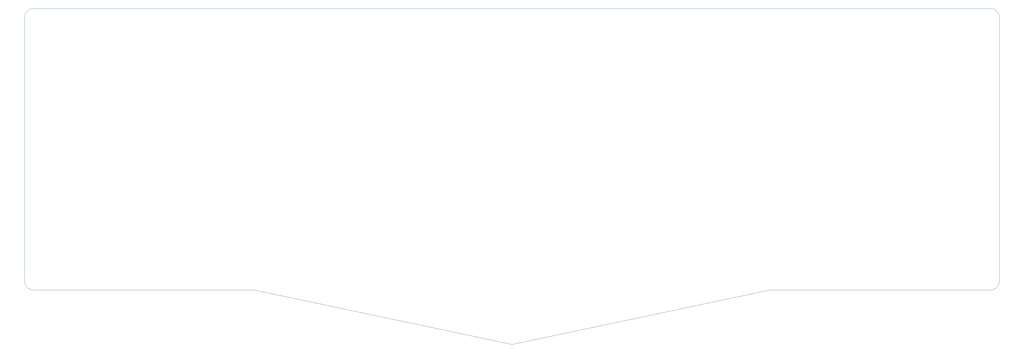
<source format=gbr>
%TF.GenerationSoftware,KiCad,Pcbnew,7.0.7*%
%TF.CreationDate,2023-10-16T19:58:37+09:00*%
%TF.ProjectId,Purin_PCB,50757269-6e5f-4504-9342-2e6b69636164,rev?*%
%TF.SameCoordinates,Original*%
%TF.FileFunction,Profile,NP*%
%FSLAX46Y46*%
G04 Gerber Fmt 4.6, Leading zero omitted, Abs format (unit mm)*
G04 Created by KiCad (PCBNEW 7.0.7) date 2023-10-16 19:58:37*
%MOMM*%
%LPD*%
G01*
G04 APERTURE LIST*
%TA.AperFunction,Profile*%
%ADD10C,0.100000*%
%TD*%
G04 APERTURE END LIST*
D10*
X793750Y57150000D02*
G75*
G03*
X3968750Y53975000I3175000J0D01*
G01*
X793750Y95250000D02*
X793750Y150018750D01*
X343693750Y150018750D02*
X343693750Y57150000D01*
X3968750Y53975000D02*
X81756250Y53975000D01*
X793750Y95250000D02*
X793750Y57150000D01*
X3968750Y153193750D02*
X340518750Y153193750D01*
X81756250Y53975000D02*
X172212000Y34798000D01*
X262731250Y53975000D02*
X269081250Y53975000D01*
X340518750Y53974950D02*
G75*
G03*
X343693750Y57150000I-50J3175050D01*
G01*
X340518750Y53975000D02*
X269081250Y53975000D01*
X343693750Y150018750D02*
G75*
G03*
X340518750Y153193750I-3175050J-50D01*
G01*
X172212000Y34798000D02*
X262731250Y53975000D01*
X3968750Y153193750D02*
G75*
G03*
X793750Y150018750I0J-3175000D01*
G01*
M02*

</source>
